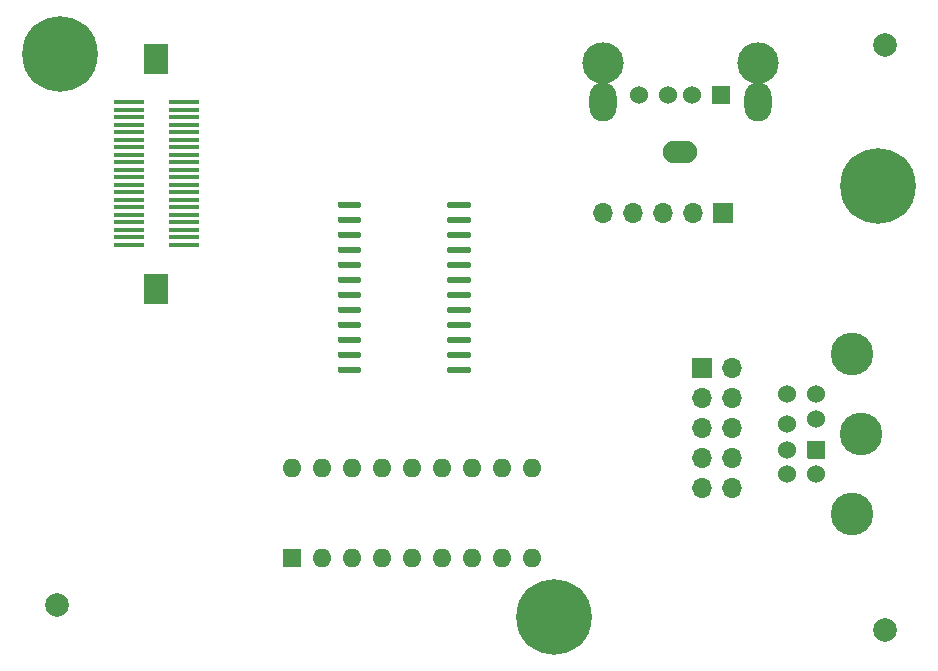
<source format=gbs>
%TF.GenerationSoftware,KiCad,Pcbnew,5.1.12-84ad8e8a86~92~ubuntu20.04.1*%
%TF.CreationDate,2021-12-07T00:39:57-06:00*%
%TF.ProjectId,serial_rewind_d2,73657269-616c-45f7-9265-77696e645f64,rev?*%
%TF.SameCoordinates,Original*%
%TF.FileFunction,Soldermask,Bot*%
%TF.FilePolarity,Negative*%
%FSLAX46Y46*%
G04 Gerber Fmt 4.6, Leading zero omitted, Abs format (unit mm)*
G04 Created by KiCad (PCBNEW 5.1.12-84ad8e8a86~92~ubuntu20.04.1) date 2021-12-07 00:39:57*
%MOMM*%
%LPD*%
G01*
G04 APERTURE LIST*
%ADD10O,1.600000X1.600000*%
%ADD11R,1.600000X1.600000*%
%ADD12O,1.700000X1.700000*%
%ADD13R,1.700000X1.700000*%
%ADD14C,2.000000*%
%ADD15R,2.500000X0.350000*%
%ADD16R,2.000000X2.500000*%
%ADD17C,6.400000*%
%ADD18C,3.601600*%
%ADD19C,1.524000*%
%ADD20C,3.500000*%
%ADD21R,1.524000X1.524000*%
%ADD22O,2.300000X3.300000*%
%ADD23O,2.900000X1.900000*%
G04 APERTURE END LIST*
%TO.C,U5*%
G36*
G01*
X76074500Y-129487000D02*
X76074500Y-129212000D01*
G75*
G02*
X76212000Y-129074500I137500J0D01*
G01*
X77937000Y-129074500D01*
G75*
G02*
X78074500Y-129212000I0J-137500D01*
G01*
X78074500Y-129487000D01*
G75*
G02*
X77937000Y-129624500I-137500J0D01*
G01*
X76212000Y-129624500D01*
G75*
G02*
X76074500Y-129487000I0J137500D01*
G01*
G37*
G36*
G01*
X76074500Y-128217000D02*
X76074500Y-127942000D01*
G75*
G02*
X76212000Y-127804500I137500J0D01*
G01*
X77937000Y-127804500D01*
G75*
G02*
X78074500Y-127942000I0J-137500D01*
G01*
X78074500Y-128217000D01*
G75*
G02*
X77937000Y-128354500I-137500J0D01*
G01*
X76212000Y-128354500D01*
G75*
G02*
X76074500Y-128217000I0J137500D01*
G01*
G37*
G36*
G01*
X76074500Y-126947000D02*
X76074500Y-126672000D01*
G75*
G02*
X76212000Y-126534500I137500J0D01*
G01*
X77937000Y-126534500D01*
G75*
G02*
X78074500Y-126672000I0J-137500D01*
G01*
X78074500Y-126947000D01*
G75*
G02*
X77937000Y-127084500I-137500J0D01*
G01*
X76212000Y-127084500D01*
G75*
G02*
X76074500Y-126947000I0J137500D01*
G01*
G37*
G36*
G01*
X76074500Y-125677000D02*
X76074500Y-125402000D01*
G75*
G02*
X76212000Y-125264500I137500J0D01*
G01*
X77937000Y-125264500D01*
G75*
G02*
X78074500Y-125402000I0J-137500D01*
G01*
X78074500Y-125677000D01*
G75*
G02*
X77937000Y-125814500I-137500J0D01*
G01*
X76212000Y-125814500D01*
G75*
G02*
X76074500Y-125677000I0J137500D01*
G01*
G37*
G36*
G01*
X76074500Y-124407000D02*
X76074500Y-124132000D01*
G75*
G02*
X76212000Y-123994500I137500J0D01*
G01*
X77937000Y-123994500D01*
G75*
G02*
X78074500Y-124132000I0J-137500D01*
G01*
X78074500Y-124407000D01*
G75*
G02*
X77937000Y-124544500I-137500J0D01*
G01*
X76212000Y-124544500D01*
G75*
G02*
X76074500Y-124407000I0J137500D01*
G01*
G37*
G36*
G01*
X76074500Y-123137000D02*
X76074500Y-122862000D01*
G75*
G02*
X76212000Y-122724500I137500J0D01*
G01*
X77937000Y-122724500D01*
G75*
G02*
X78074500Y-122862000I0J-137500D01*
G01*
X78074500Y-123137000D01*
G75*
G02*
X77937000Y-123274500I-137500J0D01*
G01*
X76212000Y-123274500D01*
G75*
G02*
X76074500Y-123137000I0J137500D01*
G01*
G37*
G36*
G01*
X76074500Y-121867000D02*
X76074500Y-121592000D01*
G75*
G02*
X76212000Y-121454500I137500J0D01*
G01*
X77937000Y-121454500D01*
G75*
G02*
X78074500Y-121592000I0J-137500D01*
G01*
X78074500Y-121867000D01*
G75*
G02*
X77937000Y-122004500I-137500J0D01*
G01*
X76212000Y-122004500D01*
G75*
G02*
X76074500Y-121867000I0J137500D01*
G01*
G37*
G36*
G01*
X76074500Y-120597000D02*
X76074500Y-120322000D01*
G75*
G02*
X76212000Y-120184500I137500J0D01*
G01*
X77937000Y-120184500D01*
G75*
G02*
X78074500Y-120322000I0J-137500D01*
G01*
X78074500Y-120597000D01*
G75*
G02*
X77937000Y-120734500I-137500J0D01*
G01*
X76212000Y-120734500D01*
G75*
G02*
X76074500Y-120597000I0J137500D01*
G01*
G37*
G36*
G01*
X76074500Y-119327000D02*
X76074500Y-119052000D01*
G75*
G02*
X76212000Y-118914500I137500J0D01*
G01*
X77937000Y-118914500D01*
G75*
G02*
X78074500Y-119052000I0J-137500D01*
G01*
X78074500Y-119327000D01*
G75*
G02*
X77937000Y-119464500I-137500J0D01*
G01*
X76212000Y-119464500D01*
G75*
G02*
X76074500Y-119327000I0J137500D01*
G01*
G37*
G36*
G01*
X76074500Y-118057000D02*
X76074500Y-117782000D01*
G75*
G02*
X76212000Y-117644500I137500J0D01*
G01*
X77937000Y-117644500D01*
G75*
G02*
X78074500Y-117782000I0J-137500D01*
G01*
X78074500Y-118057000D01*
G75*
G02*
X77937000Y-118194500I-137500J0D01*
G01*
X76212000Y-118194500D01*
G75*
G02*
X76074500Y-118057000I0J137500D01*
G01*
G37*
G36*
G01*
X76074500Y-116787000D02*
X76074500Y-116512000D01*
G75*
G02*
X76212000Y-116374500I137500J0D01*
G01*
X77937000Y-116374500D01*
G75*
G02*
X78074500Y-116512000I0J-137500D01*
G01*
X78074500Y-116787000D01*
G75*
G02*
X77937000Y-116924500I-137500J0D01*
G01*
X76212000Y-116924500D01*
G75*
G02*
X76074500Y-116787000I0J137500D01*
G01*
G37*
G36*
G01*
X76074500Y-115517000D02*
X76074500Y-115242000D01*
G75*
G02*
X76212000Y-115104500I137500J0D01*
G01*
X77937000Y-115104500D01*
G75*
G02*
X78074500Y-115242000I0J-137500D01*
G01*
X78074500Y-115517000D01*
G75*
G02*
X77937000Y-115654500I-137500J0D01*
G01*
X76212000Y-115654500D01*
G75*
G02*
X76074500Y-115517000I0J137500D01*
G01*
G37*
G36*
G01*
X85374500Y-115517000D02*
X85374500Y-115242000D01*
G75*
G02*
X85512000Y-115104500I137500J0D01*
G01*
X87237000Y-115104500D01*
G75*
G02*
X87374500Y-115242000I0J-137500D01*
G01*
X87374500Y-115517000D01*
G75*
G02*
X87237000Y-115654500I-137500J0D01*
G01*
X85512000Y-115654500D01*
G75*
G02*
X85374500Y-115517000I0J137500D01*
G01*
G37*
G36*
G01*
X85374500Y-116787000D02*
X85374500Y-116512000D01*
G75*
G02*
X85512000Y-116374500I137500J0D01*
G01*
X87237000Y-116374500D01*
G75*
G02*
X87374500Y-116512000I0J-137500D01*
G01*
X87374500Y-116787000D01*
G75*
G02*
X87237000Y-116924500I-137500J0D01*
G01*
X85512000Y-116924500D01*
G75*
G02*
X85374500Y-116787000I0J137500D01*
G01*
G37*
G36*
G01*
X85374500Y-118057000D02*
X85374500Y-117782000D01*
G75*
G02*
X85512000Y-117644500I137500J0D01*
G01*
X87237000Y-117644500D01*
G75*
G02*
X87374500Y-117782000I0J-137500D01*
G01*
X87374500Y-118057000D01*
G75*
G02*
X87237000Y-118194500I-137500J0D01*
G01*
X85512000Y-118194500D01*
G75*
G02*
X85374500Y-118057000I0J137500D01*
G01*
G37*
G36*
G01*
X85374500Y-119327000D02*
X85374500Y-119052000D01*
G75*
G02*
X85512000Y-118914500I137500J0D01*
G01*
X87237000Y-118914500D01*
G75*
G02*
X87374500Y-119052000I0J-137500D01*
G01*
X87374500Y-119327000D01*
G75*
G02*
X87237000Y-119464500I-137500J0D01*
G01*
X85512000Y-119464500D01*
G75*
G02*
X85374500Y-119327000I0J137500D01*
G01*
G37*
G36*
G01*
X85374500Y-120597000D02*
X85374500Y-120322000D01*
G75*
G02*
X85512000Y-120184500I137500J0D01*
G01*
X87237000Y-120184500D01*
G75*
G02*
X87374500Y-120322000I0J-137500D01*
G01*
X87374500Y-120597000D01*
G75*
G02*
X87237000Y-120734500I-137500J0D01*
G01*
X85512000Y-120734500D01*
G75*
G02*
X85374500Y-120597000I0J137500D01*
G01*
G37*
G36*
G01*
X85374500Y-121867000D02*
X85374500Y-121592000D01*
G75*
G02*
X85512000Y-121454500I137500J0D01*
G01*
X87237000Y-121454500D01*
G75*
G02*
X87374500Y-121592000I0J-137500D01*
G01*
X87374500Y-121867000D01*
G75*
G02*
X87237000Y-122004500I-137500J0D01*
G01*
X85512000Y-122004500D01*
G75*
G02*
X85374500Y-121867000I0J137500D01*
G01*
G37*
G36*
G01*
X85374500Y-123137000D02*
X85374500Y-122862000D01*
G75*
G02*
X85512000Y-122724500I137500J0D01*
G01*
X87237000Y-122724500D01*
G75*
G02*
X87374500Y-122862000I0J-137500D01*
G01*
X87374500Y-123137000D01*
G75*
G02*
X87237000Y-123274500I-137500J0D01*
G01*
X85512000Y-123274500D01*
G75*
G02*
X85374500Y-123137000I0J137500D01*
G01*
G37*
G36*
G01*
X85374500Y-124407000D02*
X85374500Y-124132000D01*
G75*
G02*
X85512000Y-123994500I137500J0D01*
G01*
X87237000Y-123994500D01*
G75*
G02*
X87374500Y-124132000I0J-137500D01*
G01*
X87374500Y-124407000D01*
G75*
G02*
X87237000Y-124544500I-137500J0D01*
G01*
X85512000Y-124544500D01*
G75*
G02*
X85374500Y-124407000I0J137500D01*
G01*
G37*
G36*
G01*
X85374500Y-125677000D02*
X85374500Y-125402000D01*
G75*
G02*
X85512000Y-125264500I137500J0D01*
G01*
X87237000Y-125264500D01*
G75*
G02*
X87374500Y-125402000I0J-137500D01*
G01*
X87374500Y-125677000D01*
G75*
G02*
X87237000Y-125814500I-137500J0D01*
G01*
X85512000Y-125814500D01*
G75*
G02*
X85374500Y-125677000I0J137500D01*
G01*
G37*
G36*
G01*
X85374500Y-126947000D02*
X85374500Y-126672000D01*
G75*
G02*
X85512000Y-126534500I137500J0D01*
G01*
X87237000Y-126534500D01*
G75*
G02*
X87374500Y-126672000I0J-137500D01*
G01*
X87374500Y-126947000D01*
G75*
G02*
X87237000Y-127084500I-137500J0D01*
G01*
X85512000Y-127084500D01*
G75*
G02*
X85374500Y-126947000I0J137500D01*
G01*
G37*
G36*
G01*
X85374500Y-128217000D02*
X85374500Y-127942000D01*
G75*
G02*
X85512000Y-127804500I137500J0D01*
G01*
X87237000Y-127804500D01*
G75*
G02*
X87374500Y-127942000I0J-137500D01*
G01*
X87374500Y-128217000D01*
G75*
G02*
X87237000Y-128354500I-137500J0D01*
G01*
X85512000Y-128354500D01*
G75*
G02*
X85374500Y-128217000I0J137500D01*
G01*
G37*
G36*
G01*
X85374500Y-129487000D02*
X85374500Y-129212000D01*
G75*
G02*
X85512000Y-129074500I137500J0D01*
G01*
X87237000Y-129074500D01*
G75*
G02*
X87374500Y-129212000I0J-137500D01*
G01*
X87374500Y-129487000D01*
G75*
G02*
X87237000Y-129624500I-137500J0D01*
G01*
X85512000Y-129624500D01*
G75*
G02*
X85374500Y-129487000I0J137500D01*
G01*
G37*
%TD*%
D10*
%TO.C,U7*%
X72263000Y-137668000D03*
X92583000Y-145288000D03*
X74803000Y-137668000D03*
X90043000Y-145288000D03*
X77343000Y-137668000D03*
X87503000Y-145288000D03*
X79883000Y-137668000D03*
X84963000Y-145288000D03*
X82423000Y-137668000D03*
X82423000Y-145288000D03*
X84963000Y-137668000D03*
X79883000Y-145288000D03*
X87503000Y-137668000D03*
X77343000Y-145288000D03*
X90043000Y-137668000D03*
X74803000Y-145288000D03*
X92583000Y-137668000D03*
D11*
X72263000Y-145288000D03*
%TD*%
D12*
%TO.C,J4*%
X109474000Y-139382500D03*
X106934000Y-139382500D03*
X109474000Y-136842500D03*
X106934000Y-136842500D03*
X109474000Y-134302500D03*
X106934000Y-134302500D03*
X109474000Y-131762500D03*
X106934000Y-131762500D03*
X109474000Y-129222500D03*
D13*
X106934000Y-129222500D03*
%TD*%
D14*
%TO.C,FID6*%
X122428000Y-101854000D03*
%TD*%
%TO.C,FID4*%
X52324000Y-149225000D03*
%TD*%
%TO.C,FID2*%
X122428000Y-151384000D03*
%TD*%
D15*
%TO.C,J1*%
X63090000Y-106703000D03*
X58390000Y-106703000D03*
X63090000Y-107338000D03*
X58390000Y-107338000D03*
X63090000Y-107973000D03*
X58390000Y-107973000D03*
X63090000Y-108608000D03*
X58390000Y-108608000D03*
X63090000Y-109243000D03*
X58390000Y-109243000D03*
X63090000Y-109878000D03*
X58390000Y-109878000D03*
X63090000Y-110513000D03*
X58390000Y-110513000D03*
X63090000Y-111148000D03*
X58390000Y-111148000D03*
X63090000Y-111783000D03*
X58390000Y-111783000D03*
X63090000Y-112418000D03*
X58390000Y-112418000D03*
X63090000Y-113053000D03*
X58390000Y-113053000D03*
X63090000Y-113688000D03*
X58390000Y-113688000D03*
X63090000Y-114323000D03*
X58390000Y-114323000D03*
X63090000Y-114958000D03*
X58390000Y-114958000D03*
X63090000Y-115593000D03*
X58390000Y-115593000D03*
X63090000Y-116228000D03*
X58390000Y-116228000D03*
X63090000Y-116863000D03*
X58390000Y-116863000D03*
X63090000Y-117498000D03*
X58390000Y-117498000D03*
X63090000Y-118133000D03*
X58390000Y-118133000D03*
X63090000Y-118768000D03*
X58390000Y-118768000D03*
D16*
X60740000Y-103000000D03*
X60740000Y-122470000D03*
%TD*%
D13*
%TO.C,J6*%
X108712000Y-116078000D03*
D12*
X106172000Y-116078000D03*
X103632000Y-116078000D03*
X101092000Y-116078000D03*
X98552000Y-116078000D03*
%TD*%
D17*
%TO.C,H1*%
X52590000Y-102605000D03*
%TD*%
%TO.C,H2*%
X94365000Y-150295000D03*
%TD*%
%TO.C,H3*%
X121815000Y-113820000D03*
%TD*%
D18*
%TO.C,J5*%
X119596000Y-128000000D03*
X119596000Y-141550000D03*
X120396000Y-134800000D03*
D19*
X116596000Y-133500000D03*
G36*
G01*
X117307200Y-136862000D02*
X115884800Y-136862000D01*
G75*
G02*
X115834000Y-136811200I0J50800D01*
G01*
X115834000Y-135388800D01*
G75*
G02*
X115884800Y-135338000I50800J0D01*
G01*
X117307200Y-135338000D01*
G75*
G02*
X117358000Y-135388800I0J-50800D01*
G01*
X117358000Y-136811200D01*
G75*
G02*
X117307200Y-136862000I-50800J0D01*
G01*
G37*
X116596000Y-138200000D03*
X116596000Y-131400000D03*
X114096000Y-131400000D03*
X114096000Y-138200000D03*
X114096000Y-136100000D03*
X114096000Y-133900000D03*
%TD*%
D20*
%TO.C,J2*%
X98515000Y-103378000D03*
X111655000Y-103378000D03*
D21*
X108585000Y-106088000D03*
D19*
X106085000Y-106088000D03*
X104085000Y-106088000D03*
X101585000Y-106088000D03*
D22*
X111655000Y-106688000D03*
X98515000Y-106688000D03*
D23*
X105085000Y-110868000D03*
%TD*%
M02*

</source>
